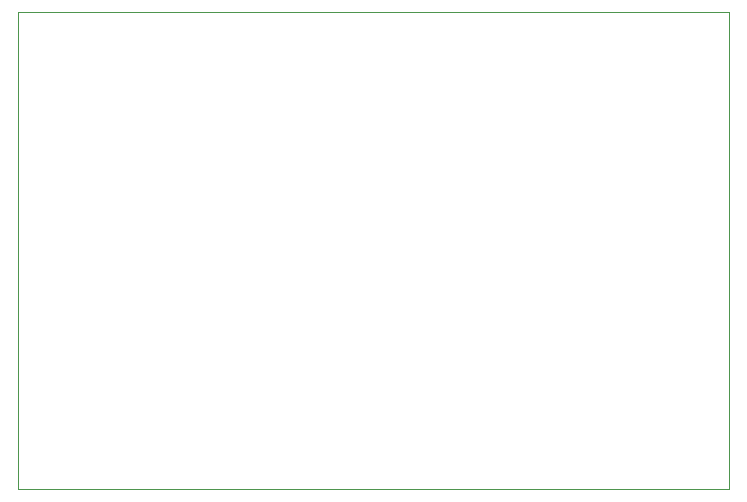
<source format=gbr>
%TF.GenerationSoftware,KiCad,Pcbnew,(7.0.0)*%
%TF.CreationDate,2023-09-27T18:47:42+02:00*%
%TF.ProjectId,ESP32Cam IR LED,45535033-3243-4616-9d20-4952204c4544,rev?*%
%TF.SameCoordinates,Original*%
%TF.FileFunction,Profile,NP*%
%FSLAX46Y46*%
G04 Gerber Fmt 4.6, Leading zero omitted, Abs format (unit mm)*
G04 Created by KiCad (PCBNEW (7.0.0)) date 2023-09-27 18:47:42*
%MOMM*%
%LPD*%
G01*
G04 APERTURE LIST*
%TA.AperFunction,Profile*%
%ADD10C,0.100000*%
%TD*%
G04 APERTURE END LIST*
D10*
X46888400Y-37007800D02*
X107061000Y-37007800D01*
X107061000Y-37007800D02*
X107061000Y-77393800D01*
X107061000Y-77393800D02*
X46888400Y-77393800D01*
X46888400Y-77393800D02*
X46888400Y-37007800D01*
M02*

</source>
